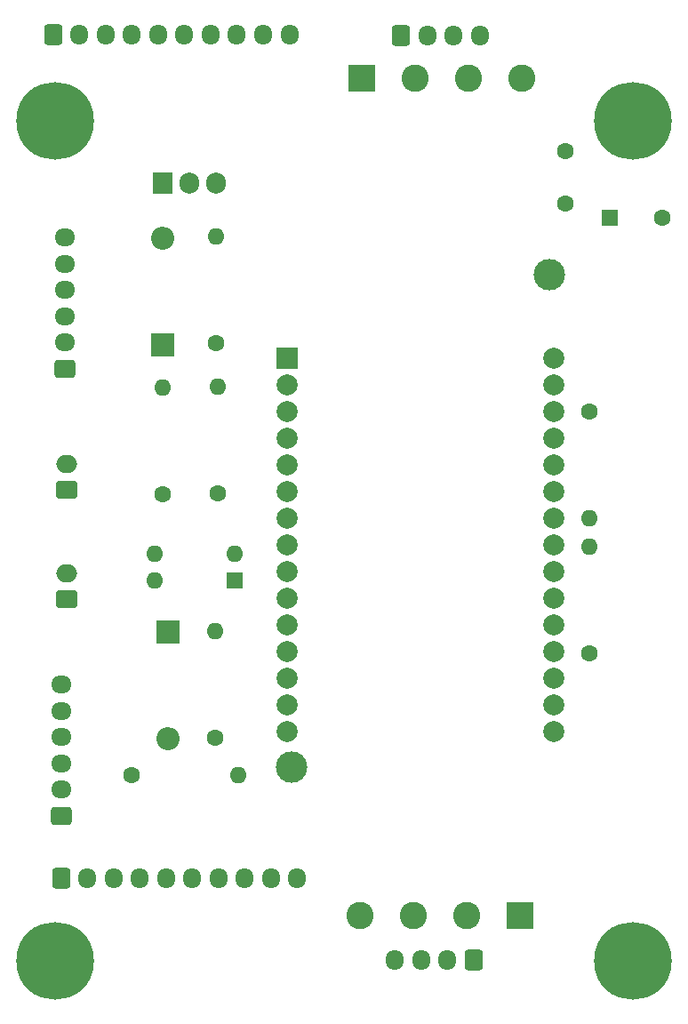
<source format=gbr>
%TF.GenerationSoftware,KiCad,Pcbnew,(6.0.6)*%
%TF.CreationDate,2022-10-06T19:19:23+05:30*%
%TF.ProjectId,ESPNOW-FK,4553504e-4f57-42d4-964b-2e6b69636164,V1.0*%
%TF.SameCoordinates,PX6885d00PY822d320*%
%TF.FileFunction,Soldermask,Top*%
%TF.FilePolarity,Negative*%
%FSLAX46Y46*%
G04 Gerber Fmt 4.6, Leading zero omitted, Abs format (unit mm)*
G04 Created by KiCad (PCBNEW (6.0.6)) date 2022-10-06 19:19:23*
%MOMM*%
%LPD*%
G01*
G04 APERTURE LIST*
G04 Aperture macros list*
%AMRoundRect*
0 Rectangle with rounded corners*
0 $1 Rounding radius*
0 $2 $3 $4 $5 $6 $7 $8 $9 X,Y pos of 4 corners*
0 Add a 4 corners polygon primitive as box body*
4,1,4,$2,$3,$4,$5,$6,$7,$8,$9,$2,$3,0*
0 Add four circle primitives for the rounded corners*
1,1,$1+$1,$2,$3*
1,1,$1+$1,$4,$5*
1,1,$1+$1,$6,$7*
1,1,$1+$1,$8,$9*
0 Add four rect primitives between the rounded corners*
20,1,$1+$1,$2,$3,$4,$5,0*
20,1,$1+$1,$4,$5,$6,$7,0*
20,1,$1+$1,$6,$7,$8,$9,0*
20,1,$1+$1,$8,$9,$2,$3,0*%
G04 Aperture macros list end*
%ADD10C,1.600000*%
%ADD11O,1.600000X1.600000*%
%ADD12C,7.400000*%
%ADD13R,2.200000X2.200000*%
%ADD14O,2.200000X2.200000*%
%ADD15C,3.000000*%
%ADD16R,2.000000X2.000000*%
%ADD17C,2.000000*%
%ADD18RoundRect,0.250000X-0.600000X-0.725000X0.600000X-0.725000X0.600000X0.725000X-0.600000X0.725000X0*%
%ADD19O,1.700000X1.950000*%
%ADD20R,1.600000X1.600000*%
%ADD21RoundRect,0.250000X0.750000X-0.600000X0.750000X0.600000X-0.750000X0.600000X-0.750000X-0.600000X0*%
%ADD22O,2.000000X1.700000*%
%ADD23R,2.600000X2.600000*%
%ADD24C,2.600000*%
%ADD25RoundRect,0.250000X0.725000X-0.600000X0.725000X0.600000X-0.725000X0.600000X-0.725000X-0.600000X0*%
%ADD26O,1.950000X1.700000*%
%ADD27RoundRect,0.250000X0.600000X0.725000X-0.600000X0.725000X-0.600000X-0.725000X0.600000X-0.725000X0*%
%ADD28R,1.905000X2.000000*%
%ADD29O,1.905000X2.000000*%
G04 APERTURE END LIST*
D10*
%TO.C,R7*%
X55880000Y34580000D03*
D11*
X55880000Y44740000D03*
%TD*%
D12*
%TO.C,H1*%
X60000000Y85300000D03*
%TD*%
D13*
%TO.C,D1*%
X15240000Y63940000D03*
D14*
X15240000Y74100000D03*
%TD*%
D10*
%TO.C,C1*%
X53600000Y77400000D03*
X53600000Y82400000D03*
%TD*%
%TO.C,R1*%
X20250000Y26510000D03*
D11*
X20250000Y36670000D03*
%TD*%
D12*
%TO.C,H3*%
X5000000Y85300000D03*
%TD*%
D15*
%TO.C,U3*%
X27520000Y23725000D03*
X52030000Y70675000D03*
D16*
X27100000Y62715000D03*
D17*
X27100000Y60175000D03*
X27100000Y57635000D03*
X27100000Y55095000D03*
X27100000Y52555000D03*
X27100000Y50015000D03*
X27100000Y47475000D03*
X27100000Y44935000D03*
X27100000Y42395000D03*
X27100000Y39855000D03*
X27100000Y37315000D03*
X27100000Y34775000D03*
X27100000Y32235000D03*
X27100000Y29695000D03*
X27100000Y27155000D03*
X52500000Y27155000D03*
X52500000Y29695000D03*
X52500000Y32235000D03*
X52500000Y34775000D03*
X52500000Y37315000D03*
X52500000Y39855000D03*
X52500000Y42395000D03*
X52500000Y44935000D03*
X52500000Y47475000D03*
X52500000Y50015000D03*
X52500000Y52555000D03*
X52500000Y55095000D03*
X52500000Y57635000D03*
X52500000Y60175000D03*
X52500000Y62715000D03*
%TD*%
D12*
%TO.C,H2*%
X5000000Y5300000D03*
%TD*%
D10*
%TO.C,R4*%
X20340000Y64090000D03*
D11*
X20340000Y74250000D03*
%TD*%
D18*
%TO.C,J8*%
X37930000Y93415000D03*
D19*
X40430000Y93415000D03*
X42930000Y93415000D03*
X45430000Y93415000D03*
%TD*%
D20*
%TO.C,C2*%
X57797300Y76100000D03*
D10*
X62797300Y76100000D03*
%TD*%
D21*
%TO.C,J3*%
X6122500Y50140000D03*
D22*
X6122500Y52640000D03*
%TD*%
D21*
%TO.C,J4*%
X6107500Y39720000D03*
D22*
X6107500Y42220000D03*
%TD*%
D10*
%TO.C,R3*%
X15250000Y49740000D03*
D11*
X15250000Y59900000D03*
%TD*%
D23*
%TO.C,J5*%
X49240000Y9585000D03*
D24*
X44160000Y9585000D03*
X39080000Y9585000D03*
X34000000Y9585000D03*
%TD*%
D23*
%TO.C,J7*%
X34200000Y89405000D03*
D24*
X39280000Y89405000D03*
X44360000Y89405000D03*
X49440000Y89405000D03*
%TD*%
D20*
%TO.C,U1*%
X22130000Y41565000D03*
D11*
X22130000Y44105000D03*
X14510000Y44105000D03*
X14510000Y41565000D03*
%TD*%
D13*
%TO.C,D2*%
X15760000Y36600000D03*
D14*
X15760000Y26440000D03*
%TD*%
D25*
%TO.C,J9*%
X5600000Y19100000D03*
D26*
X5600000Y21600000D03*
X5600000Y24100000D03*
X5600000Y26600000D03*
X5600000Y29100000D03*
X5600000Y31600000D03*
%TD*%
D12*
%TO.C,H4*%
X60000000Y5300000D03*
%TD*%
D18*
%TO.C,J12*%
X4800000Y93500000D03*
D19*
X7300000Y93500000D03*
X9800000Y93500000D03*
X12300000Y93500000D03*
X14800000Y93500000D03*
X17300000Y93500000D03*
X19800000Y93500000D03*
X22300000Y93500000D03*
X24800000Y93500000D03*
X27300000Y93500000D03*
%TD*%
D25*
%TO.C,J10*%
X5900000Y61700000D03*
D26*
X5900000Y64200000D03*
X5900000Y66700000D03*
X5900000Y69200000D03*
X5900000Y71700000D03*
X5900000Y74200000D03*
%TD*%
D10*
%TO.C,R5*%
X12240000Y22960000D03*
D11*
X22400000Y22960000D03*
%TD*%
D18*
%TO.C,J11*%
X5550000Y13125000D03*
D19*
X8050000Y13125000D03*
X10550000Y13125000D03*
X13050000Y13125000D03*
X15550000Y13125000D03*
X18050000Y13125000D03*
X20550000Y13125000D03*
X23050000Y13125000D03*
X25550000Y13125000D03*
X28050000Y13125000D03*
%TD*%
D27*
%TO.C,J6*%
X44850000Y5375000D03*
D19*
X42350000Y5375000D03*
X39850000Y5375000D03*
X37350000Y5375000D03*
%TD*%
D10*
%TO.C,R2*%
X20450000Y49840000D03*
D11*
X20450000Y60000000D03*
%TD*%
D28*
%TO.C,Q1*%
X15220000Y79345000D03*
D29*
X17760000Y79345000D03*
X20300000Y79345000D03*
%TD*%
D10*
%TO.C,R6*%
X55860000Y57620000D03*
D11*
X55860000Y47460000D03*
%TD*%
M02*

</source>
